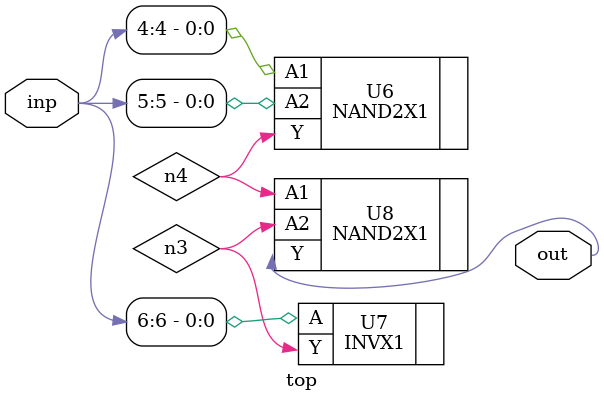
<source format=sv>


module top ( inp, out );
  input [6:0] inp;
  output out;
  wire   n3, n4;

  NAND2X1 U6 ( .A1(inp[4]), .A2(inp[5]), .Y(n4) );
  INVX1 U7 ( .A(inp[6]), .Y(n3) );
  NAND2X1 U8 ( .A1(n4), .A2(n3), .Y(out) );
endmodule


</source>
